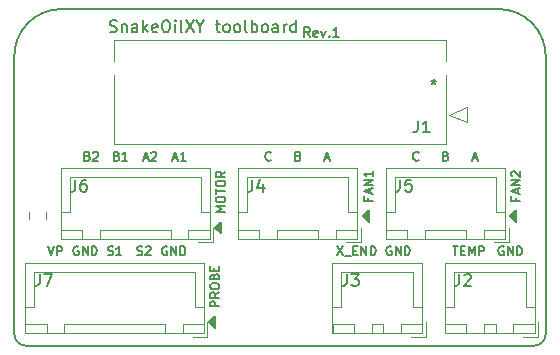
<source format=gto>
%TF.GenerationSoftware,KiCad,Pcbnew,5.0.2+dfsg1-1*%
%TF.CreationDate,2022-04-03T13:41:23+09:00*%
%TF.ProjectId,toolhead-board,746f6f6c-6865-4616-942d-626f6172642e,rev?*%
%TF.SameCoordinates,Original*%
%TF.FileFunction,Legend,Top*%
%TF.FilePolarity,Positive*%
%FSLAX46Y46*%
G04 Gerber Fmt 4.6, Leading zero omitted, Abs format (unit mm)*
G04 Created by KiCad (PCBNEW 5.0.2+dfsg1-1) date Sun 03 Apr 2022 01:41:23 PM JST*
%MOMM*%
%LPD*%
G01*
G04 APERTURE LIST*
%ADD10C,0.150000*%
%ADD11C,0.200000*%
%ADD12C,0.120000*%
G04 APERTURE END LIST*
D10*
G36*
X162500000Y-89000000D02*
X162500000Y-88000000D01*
X162000000Y-88500000D01*
X162500000Y-89000000D01*
G37*
X162500000Y-89000000D02*
X162500000Y-88000000D01*
X162000000Y-88500000D01*
X162500000Y-89000000D01*
G36*
X150000000Y-89000000D02*
X150000000Y-88000000D01*
X149500000Y-88500000D01*
X150000000Y-89000000D01*
G37*
X150000000Y-89000000D02*
X150000000Y-88000000D01*
X149500000Y-88500000D01*
X150000000Y-89000000D01*
G36*
X137500000Y-90000000D02*
X137500000Y-89000000D01*
X137000000Y-89500000D01*
X137500000Y-90000000D01*
G37*
X137500000Y-90000000D02*
X137500000Y-89000000D01*
X137000000Y-89500000D01*
X137500000Y-90000000D01*
G36*
X137000000Y-98000000D02*
X137000000Y-97000000D01*
X136500000Y-97500000D01*
X137000000Y-98000000D01*
G37*
X137000000Y-98000000D02*
X137000000Y-97000000D01*
X136500000Y-97500000D01*
X137000000Y-98000000D01*
X162446428Y-86964285D02*
X162446428Y-87214285D01*
X162839285Y-87214285D02*
X162089285Y-87214285D01*
X162089285Y-86857142D01*
X162625000Y-86607142D02*
X162625000Y-86250000D01*
X162839285Y-86678571D02*
X162089285Y-86428571D01*
X162839285Y-86178571D01*
X162839285Y-85928571D02*
X162089285Y-85928571D01*
X162839285Y-85500000D01*
X162089285Y-85500000D01*
X162160714Y-85178571D02*
X162125000Y-85142857D01*
X162089285Y-85071428D01*
X162089285Y-84892857D01*
X162125000Y-84821428D01*
X162160714Y-84785714D01*
X162232142Y-84750000D01*
X162303571Y-84750000D01*
X162410714Y-84785714D01*
X162839285Y-85214285D01*
X162839285Y-84750000D01*
X149946428Y-86964285D02*
X149946428Y-87214285D01*
X150339285Y-87214285D02*
X149589285Y-87214285D01*
X149589285Y-86857142D01*
X150125000Y-86607142D02*
X150125000Y-86250000D01*
X150339285Y-86678571D02*
X149589285Y-86428571D01*
X150339285Y-86178571D01*
X150339285Y-85928571D02*
X149589285Y-85928571D01*
X150339285Y-85500000D01*
X149589285Y-85500000D01*
X150339285Y-84750000D02*
X150339285Y-85178571D01*
X150339285Y-84964285D02*
X149589285Y-84964285D01*
X149696428Y-85035714D01*
X149767857Y-85107142D01*
X149803571Y-85178571D01*
X137839285Y-88196428D02*
X137089285Y-88196428D01*
X137625000Y-87946428D01*
X137089285Y-87696428D01*
X137839285Y-87696428D01*
X137089285Y-87196428D02*
X137089285Y-87053571D01*
X137125000Y-86982142D01*
X137196428Y-86910714D01*
X137339285Y-86875000D01*
X137589285Y-86875000D01*
X137732142Y-86910714D01*
X137803571Y-86982142D01*
X137839285Y-87053571D01*
X137839285Y-87196428D01*
X137803571Y-87267857D01*
X137732142Y-87339285D01*
X137589285Y-87375000D01*
X137339285Y-87375000D01*
X137196428Y-87339285D01*
X137125000Y-87267857D01*
X137089285Y-87196428D01*
X137089285Y-86660714D02*
X137089285Y-86232142D01*
X137839285Y-86446428D02*
X137089285Y-86446428D01*
X137089285Y-85839285D02*
X137089285Y-85696428D01*
X137125000Y-85625000D01*
X137196428Y-85553571D01*
X137339285Y-85517857D01*
X137589285Y-85517857D01*
X137732142Y-85553571D01*
X137803571Y-85625000D01*
X137839285Y-85696428D01*
X137839285Y-85839285D01*
X137803571Y-85910714D01*
X137732142Y-85982142D01*
X137589285Y-86017857D01*
X137339285Y-86017857D01*
X137196428Y-85982142D01*
X137125000Y-85910714D01*
X137089285Y-85839285D01*
X137839285Y-84767857D02*
X137482142Y-85017857D01*
X137839285Y-85196428D02*
X137089285Y-85196428D01*
X137089285Y-84910714D01*
X137125000Y-84839285D01*
X137160714Y-84803571D01*
X137232142Y-84767857D01*
X137339285Y-84767857D01*
X137410714Y-84803571D01*
X137446428Y-84839285D01*
X137482142Y-84910714D01*
X137482142Y-85196428D01*
X137339285Y-96178571D02*
X136589285Y-96178571D01*
X136589285Y-95892857D01*
X136625000Y-95821428D01*
X136660714Y-95785714D01*
X136732142Y-95750000D01*
X136839285Y-95750000D01*
X136910714Y-95785714D01*
X136946428Y-95821428D01*
X136982142Y-95892857D01*
X136982142Y-96178571D01*
X137339285Y-95000000D02*
X136982142Y-95250000D01*
X137339285Y-95428571D02*
X136589285Y-95428571D01*
X136589285Y-95142857D01*
X136625000Y-95071428D01*
X136660714Y-95035714D01*
X136732142Y-95000000D01*
X136839285Y-95000000D01*
X136910714Y-95035714D01*
X136946428Y-95071428D01*
X136982142Y-95142857D01*
X136982142Y-95428571D01*
X136589285Y-94535714D02*
X136589285Y-94392857D01*
X136625000Y-94321428D01*
X136696428Y-94250000D01*
X136839285Y-94214285D01*
X137089285Y-94214285D01*
X137232142Y-94250000D01*
X137303571Y-94321428D01*
X137339285Y-94392857D01*
X137339285Y-94535714D01*
X137303571Y-94607142D01*
X137232142Y-94678571D01*
X137089285Y-94714285D01*
X136839285Y-94714285D01*
X136696428Y-94678571D01*
X136625000Y-94607142D01*
X136589285Y-94535714D01*
X136946428Y-93642857D02*
X136982142Y-93535714D01*
X137017857Y-93500000D01*
X137089285Y-93464285D01*
X137196428Y-93464285D01*
X137267857Y-93500000D01*
X137303571Y-93535714D01*
X137339285Y-93607142D01*
X137339285Y-93892857D01*
X136589285Y-93892857D01*
X136589285Y-93642857D01*
X136625000Y-93571428D01*
X136660714Y-93535714D01*
X136732142Y-93500000D01*
X136803571Y-93500000D01*
X136875000Y-93535714D01*
X136910714Y-93571428D01*
X136946428Y-93642857D01*
X136946428Y-93892857D01*
X136946428Y-93142857D02*
X136946428Y-92892857D01*
X137339285Y-92785714D02*
X137339285Y-93142857D01*
X136589285Y-93142857D01*
X136589285Y-92785714D01*
X161428571Y-91125000D02*
X161357142Y-91089285D01*
X161250000Y-91089285D01*
X161142857Y-91125000D01*
X161071428Y-91196428D01*
X161035714Y-91267857D01*
X161000000Y-91410714D01*
X161000000Y-91517857D01*
X161035714Y-91660714D01*
X161071428Y-91732142D01*
X161142857Y-91803571D01*
X161250000Y-91839285D01*
X161321428Y-91839285D01*
X161428571Y-91803571D01*
X161464285Y-91767857D01*
X161464285Y-91517857D01*
X161321428Y-91517857D01*
X161785714Y-91839285D02*
X161785714Y-91089285D01*
X162214285Y-91839285D01*
X162214285Y-91089285D01*
X162571428Y-91839285D02*
X162571428Y-91089285D01*
X162750000Y-91089285D01*
X162857142Y-91125000D01*
X162928571Y-91196428D01*
X162964285Y-91267857D01*
X163000000Y-91410714D01*
X163000000Y-91517857D01*
X162964285Y-91660714D01*
X162928571Y-91732142D01*
X162857142Y-91803571D01*
X162750000Y-91839285D01*
X162571428Y-91839285D01*
X157142857Y-91089285D02*
X157571428Y-91089285D01*
X157357142Y-91839285D02*
X157357142Y-91089285D01*
X157821428Y-91446428D02*
X158071428Y-91446428D01*
X158178571Y-91839285D02*
X157821428Y-91839285D01*
X157821428Y-91089285D01*
X158178571Y-91089285D01*
X158500000Y-91839285D02*
X158500000Y-91089285D01*
X158750000Y-91625000D01*
X159000000Y-91089285D01*
X159000000Y-91839285D01*
X159357142Y-91839285D02*
X159357142Y-91089285D01*
X159642857Y-91089285D01*
X159714285Y-91125000D01*
X159750000Y-91160714D01*
X159785714Y-91232142D01*
X159785714Y-91339285D01*
X159750000Y-91410714D01*
X159714285Y-91446428D01*
X159642857Y-91482142D01*
X159357142Y-91482142D01*
X151928571Y-91125000D02*
X151857142Y-91089285D01*
X151750000Y-91089285D01*
X151642857Y-91125000D01*
X151571428Y-91196428D01*
X151535714Y-91267857D01*
X151500000Y-91410714D01*
X151500000Y-91517857D01*
X151535714Y-91660714D01*
X151571428Y-91732142D01*
X151642857Y-91803571D01*
X151750000Y-91839285D01*
X151821428Y-91839285D01*
X151928571Y-91803571D01*
X151964285Y-91767857D01*
X151964285Y-91517857D01*
X151821428Y-91517857D01*
X152285714Y-91839285D02*
X152285714Y-91089285D01*
X152714285Y-91839285D01*
X152714285Y-91089285D01*
X153071428Y-91839285D02*
X153071428Y-91089285D01*
X153250000Y-91089285D01*
X153357142Y-91125000D01*
X153428571Y-91196428D01*
X153464285Y-91267857D01*
X153500000Y-91410714D01*
X153500000Y-91517857D01*
X153464285Y-91660714D01*
X153428571Y-91732142D01*
X153357142Y-91803571D01*
X153250000Y-91839285D01*
X153071428Y-91839285D01*
X147357142Y-91089285D02*
X147857142Y-91839285D01*
X147857142Y-91089285D02*
X147357142Y-91839285D01*
X147964285Y-91910714D02*
X148535714Y-91910714D01*
X148714285Y-91446428D02*
X148964285Y-91446428D01*
X149071428Y-91839285D02*
X148714285Y-91839285D01*
X148714285Y-91089285D01*
X149071428Y-91089285D01*
X149392857Y-91839285D02*
X149392857Y-91089285D01*
X149821428Y-91839285D01*
X149821428Y-91089285D01*
X150178571Y-91839285D02*
X150178571Y-91089285D01*
X150357142Y-91089285D01*
X150464285Y-91125000D01*
X150535714Y-91196428D01*
X150571428Y-91267857D01*
X150607142Y-91410714D01*
X150607142Y-91517857D01*
X150571428Y-91660714D01*
X150535714Y-91732142D01*
X150464285Y-91803571D01*
X150357142Y-91839285D01*
X150178571Y-91839285D01*
X158821428Y-83625000D02*
X159178571Y-83625000D01*
X158750000Y-83839285D02*
X159000000Y-83089285D01*
X159250000Y-83839285D01*
X156553571Y-83446428D02*
X156660714Y-83482142D01*
X156696428Y-83517857D01*
X156732142Y-83589285D01*
X156732142Y-83696428D01*
X156696428Y-83767857D01*
X156660714Y-83803571D01*
X156589285Y-83839285D01*
X156303571Y-83839285D01*
X156303571Y-83089285D01*
X156553571Y-83089285D01*
X156625000Y-83125000D01*
X156660714Y-83160714D01*
X156696428Y-83232142D01*
X156696428Y-83303571D01*
X156660714Y-83375000D01*
X156625000Y-83410714D01*
X156553571Y-83446428D01*
X156303571Y-83446428D01*
X154232142Y-83767857D02*
X154196428Y-83803571D01*
X154089285Y-83839285D01*
X154017857Y-83839285D01*
X153910714Y-83803571D01*
X153839285Y-83732142D01*
X153803571Y-83660714D01*
X153767857Y-83517857D01*
X153767857Y-83410714D01*
X153803571Y-83267857D01*
X153839285Y-83196428D01*
X153910714Y-83125000D01*
X154017857Y-83089285D01*
X154089285Y-83089285D01*
X154196428Y-83125000D01*
X154232142Y-83160714D01*
X141732142Y-83767857D02*
X141696428Y-83803571D01*
X141589285Y-83839285D01*
X141517857Y-83839285D01*
X141410714Y-83803571D01*
X141339285Y-83732142D01*
X141303571Y-83660714D01*
X141267857Y-83517857D01*
X141267857Y-83410714D01*
X141303571Y-83267857D01*
X141339285Y-83196428D01*
X141410714Y-83125000D01*
X141517857Y-83089285D01*
X141589285Y-83089285D01*
X141696428Y-83125000D01*
X141732142Y-83160714D01*
X144053571Y-83446428D02*
X144160714Y-83482142D01*
X144196428Y-83517857D01*
X144232142Y-83589285D01*
X144232142Y-83696428D01*
X144196428Y-83767857D01*
X144160714Y-83803571D01*
X144089285Y-83839285D01*
X143803571Y-83839285D01*
X143803571Y-83089285D01*
X144053571Y-83089285D01*
X144125000Y-83125000D01*
X144160714Y-83160714D01*
X144196428Y-83232142D01*
X144196428Y-83303571D01*
X144160714Y-83375000D01*
X144125000Y-83410714D01*
X144053571Y-83446428D01*
X143803571Y-83446428D01*
X146321428Y-83625000D02*
X146678571Y-83625000D01*
X146250000Y-83839285D02*
X146500000Y-83089285D01*
X146750000Y-83839285D01*
X133464285Y-83625000D02*
X133821428Y-83625000D01*
X133392857Y-83839285D02*
X133642857Y-83089285D01*
X133892857Y-83839285D01*
X134535714Y-83839285D02*
X134107142Y-83839285D01*
X134321428Y-83839285D02*
X134321428Y-83089285D01*
X134250000Y-83196428D01*
X134178571Y-83267857D01*
X134107142Y-83303571D01*
X130964285Y-83625000D02*
X131321428Y-83625000D01*
X130892857Y-83839285D02*
X131142857Y-83089285D01*
X131392857Y-83839285D01*
X131607142Y-83160714D02*
X131642857Y-83125000D01*
X131714285Y-83089285D01*
X131892857Y-83089285D01*
X131964285Y-83125000D01*
X132000000Y-83160714D01*
X132035714Y-83232142D01*
X132035714Y-83303571D01*
X132000000Y-83410714D01*
X131571428Y-83839285D01*
X132035714Y-83839285D01*
X126196428Y-83446428D02*
X126303571Y-83482142D01*
X126339285Y-83517857D01*
X126375000Y-83589285D01*
X126375000Y-83696428D01*
X126339285Y-83767857D01*
X126303571Y-83803571D01*
X126232142Y-83839285D01*
X125946428Y-83839285D01*
X125946428Y-83089285D01*
X126196428Y-83089285D01*
X126267857Y-83125000D01*
X126303571Y-83160714D01*
X126339285Y-83232142D01*
X126339285Y-83303571D01*
X126303571Y-83375000D01*
X126267857Y-83410714D01*
X126196428Y-83446428D01*
X125946428Y-83446428D01*
X126660714Y-83160714D02*
X126696428Y-83125000D01*
X126767857Y-83089285D01*
X126946428Y-83089285D01*
X127017857Y-83125000D01*
X127053571Y-83160714D01*
X127089285Y-83232142D01*
X127089285Y-83303571D01*
X127053571Y-83410714D01*
X126625000Y-83839285D01*
X127089285Y-83839285D01*
X128696428Y-83446428D02*
X128803571Y-83482142D01*
X128839285Y-83517857D01*
X128875000Y-83589285D01*
X128875000Y-83696428D01*
X128839285Y-83767857D01*
X128803571Y-83803571D01*
X128732142Y-83839285D01*
X128446428Y-83839285D01*
X128446428Y-83089285D01*
X128696428Y-83089285D01*
X128767857Y-83125000D01*
X128803571Y-83160714D01*
X128839285Y-83232142D01*
X128839285Y-83303571D01*
X128803571Y-83375000D01*
X128767857Y-83410714D01*
X128696428Y-83446428D01*
X128446428Y-83446428D01*
X129589285Y-83839285D02*
X129160714Y-83839285D01*
X129375000Y-83839285D02*
X129375000Y-83089285D01*
X129303571Y-83196428D01*
X129232142Y-83267857D01*
X129160714Y-83303571D01*
X132928571Y-91125000D02*
X132857142Y-91089285D01*
X132750000Y-91089285D01*
X132642857Y-91125000D01*
X132571428Y-91196428D01*
X132535714Y-91267857D01*
X132500000Y-91410714D01*
X132500000Y-91517857D01*
X132535714Y-91660714D01*
X132571428Y-91732142D01*
X132642857Y-91803571D01*
X132750000Y-91839285D01*
X132821428Y-91839285D01*
X132928571Y-91803571D01*
X132964285Y-91767857D01*
X132964285Y-91517857D01*
X132821428Y-91517857D01*
X133285714Y-91839285D02*
X133285714Y-91089285D01*
X133714285Y-91839285D01*
X133714285Y-91089285D01*
X134071428Y-91839285D02*
X134071428Y-91089285D01*
X134250000Y-91089285D01*
X134357142Y-91125000D01*
X134428571Y-91196428D01*
X134464285Y-91267857D01*
X134500000Y-91410714D01*
X134500000Y-91517857D01*
X134464285Y-91660714D01*
X134428571Y-91732142D01*
X134357142Y-91803571D01*
X134250000Y-91839285D01*
X134071428Y-91839285D01*
X130428571Y-91803571D02*
X130535714Y-91839285D01*
X130714285Y-91839285D01*
X130785714Y-91803571D01*
X130821428Y-91767857D01*
X130857142Y-91696428D01*
X130857142Y-91625000D01*
X130821428Y-91553571D01*
X130785714Y-91517857D01*
X130714285Y-91482142D01*
X130571428Y-91446428D01*
X130500000Y-91410714D01*
X130464285Y-91375000D01*
X130428571Y-91303571D01*
X130428571Y-91232142D01*
X130464285Y-91160714D01*
X130500000Y-91125000D01*
X130571428Y-91089285D01*
X130750000Y-91089285D01*
X130857142Y-91125000D01*
X131142857Y-91160714D02*
X131178571Y-91125000D01*
X131250000Y-91089285D01*
X131428571Y-91089285D01*
X131500000Y-91125000D01*
X131535714Y-91160714D01*
X131571428Y-91232142D01*
X131571428Y-91303571D01*
X131535714Y-91410714D01*
X131107142Y-91839285D01*
X131571428Y-91839285D01*
X127928571Y-91803571D02*
X128035714Y-91839285D01*
X128214285Y-91839285D01*
X128285714Y-91803571D01*
X128321428Y-91767857D01*
X128357142Y-91696428D01*
X128357142Y-91625000D01*
X128321428Y-91553571D01*
X128285714Y-91517857D01*
X128214285Y-91482142D01*
X128071428Y-91446428D01*
X128000000Y-91410714D01*
X127964285Y-91375000D01*
X127928571Y-91303571D01*
X127928571Y-91232142D01*
X127964285Y-91160714D01*
X128000000Y-91125000D01*
X128071428Y-91089285D01*
X128250000Y-91089285D01*
X128357142Y-91125000D01*
X129071428Y-91839285D02*
X128642857Y-91839285D01*
X128857142Y-91839285D02*
X128857142Y-91089285D01*
X128785714Y-91196428D01*
X128714285Y-91267857D01*
X128642857Y-91303571D01*
X125428571Y-91125000D02*
X125357142Y-91089285D01*
X125250000Y-91089285D01*
X125142857Y-91125000D01*
X125071428Y-91196428D01*
X125035714Y-91267857D01*
X125000000Y-91410714D01*
X125000000Y-91517857D01*
X125035714Y-91660714D01*
X125071428Y-91732142D01*
X125142857Y-91803571D01*
X125250000Y-91839285D01*
X125321428Y-91839285D01*
X125428571Y-91803571D01*
X125464285Y-91767857D01*
X125464285Y-91517857D01*
X125321428Y-91517857D01*
X125785714Y-91839285D02*
X125785714Y-91089285D01*
X126214285Y-91839285D01*
X126214285Y-91089285D01*
X126571428Y-91839285D02*
X126571428Y-91089285D01*
X126750000Y-91089285D01*
X126857142Y-91125000D01*
X126928571Y-91196428D01*
X126964285Y-91267857D01*
X127000000Y-91410714D01*
X127000000Y-91517857D01*
X126964285Y-91660714D01*
X126928571Y-91732142D01*
X126857142Y-91803571D01*
X126750000Y-91839285D01*
X126571428Y-91839285D01*
X122875000Y-91089285D02*
X123125000Y-91839285D01*
X123375000Y-91089285D01*
X123625000Y-91839285D02*
X123625000Y-91089285D01*
X123910714Y-91089285D01*
X123982142Y-91125000D01*
X124017857Y-91160714D01*
X124053571Y-91232142D01*
X124053571Y-91339285D01*
X124017857Y-91410714D01*
X123982142Y-91446428D01*
X123910714Y-91482142D01*
X123625000Y-91482142D01*
X145028571Y-73361904D02*
X144761904Y-72980952D01*
X144571428Y-73361904D02*
X144571428Y-72561904D01*
X144876190Y-72561904D01*
X144952380Y-72600000D01*
X144990476Y-72638095D01*
X145028571Y-72714285D01*
X145028571Y-72828571D01*
X144990476Y-72904761D01*
X144952380Y-72942857D01*
X144876190Y-72980952D01*
X144571428Y-72980952D01*
X145676190Y-73323809D02*
X145600000Y-73361904D01*
X145447619Y-73361904D01*
X145371428Y-73323809D01*
X145333333Y-73247619D01*
X145333333Y-72942857D01*
X145371428Y-72866666D01*
X145447619Y-72828571D01*
X145600000Y-72828571D01*
X145676190Y-72866666D01*
X145714285Y-72942857D01*
X145714285Y-73019047D01*
X145333333Y-73095238D01*
X145980952Y-72828571D02*
X146171428Y-73361904D01*
X146361904Y-72828571D01*
X146666666Y-73285714D02*
X146704761Y-73323809D01*
X146666666Y-73361904D01*
X146628571Y-73323809D01*
X146666666Y-73285714D01*
X146666666Y-73361904D01*
X147466666Y-73361904D02*
X147009523Y-73361904D01*
X147238095Y-73361904D02*
X147238095Y-72561904D01*
X147161904Y-72676190D01*
X147085714Y-72752380D01*
X147009523Y-72790476D01*
D11*
X128095238Y-72904761D02*
X128238095Y-72952380D01*
X128476190Y-72952380D01*
X128571428Y-72904761D01*
X128619047Y-72857142D01*
X128666666Y-72761904D01*
X128666666Y-72666666D01*
X128619047Y-72571428D01*
X128571428Y-72523809D01*
X128476190Y-72476190D01*
X128285714Y-72428571D01*
X128190476Y-72380952D01*
X128142857Y-72333333D01*
X128095238Y-72238095D01*
X128095238Y-72142857D01*
X128142857Y-72047619D01*
X128190476Y-72000000D01*
X128285714Y-71952380D01*
X128523809Y-71952380D01*
X128666666Y-72000000D01*
X129095238Y-72285714D02*
X129095238Y-72952380D01*
X129095238Y-72380952D02*
X129142857Y-72333333D01*
X129238095Y-72285714D01*
X129380952Y-72285714D01*
X129476190Y-72333333D01*
X129523809Y-72428571D01*
X129523809Y-72952380D01*
X130428571Y-72952380D02*
X130428571Y-72428571D01*
X130380952Y-72333333D01*
X130285714Y-72285714D01*
X130095238Y-72285714D01*
X130000000Y-72333333D01*
X130428571Y-72904761D02*
X130333333Y-72952380D01*
X130095238Y-72952380D01*
X130000000Y-72904761D01*
X129952380Y-72809523D01*
X129952380Y-72714285D01*
X130000000Y-72619047D01*
X130095238Y-72571428D01*
X130333333Y-72571428D01*
X130428571Y-72523809D01*
X130904761Y-72952380D02*
X130904761Y-71952380D01*
X131000000Y-72571428D02*
X131285714Y-72952380D01*
X131285714Y-72285714D02*
X130904761Y-72666666D01*
X132095238Y-72904761D02*
X132000000Y-72952380D01*
X131809523Y-72952380D01*
X131714285Y-72904761D01*
X131666666Y-72809523D01*
X131666666Y-72428571D01*
X131714285Y-72333333D01*
X131809523Y-72285714D01*
X132000000Y-72285714D01*
X132095238Y-72333333D01*
X132142857Y-72428571D01*
X132142857Y-72523809D01*
X131666666Y-72619047D01*
X132761904Y-71952380D02*
X132952380Y-71952380D01*
X133047619Y-72000000D01*
X133142857Y-72095238D01*
X133190476Y-72285714D01*
X133190476Y-72619047D01*
X133142857Y-72809523D01*
X133047619Y-72904761D01*
X132952380Y-72952380D01*
X132761904Y-72952380D01*
X132666666Y-72904761D01*
X132571428Y-72809523D01*
X132523809Y-72619047D01*
X132523809Y-72285714D01*
X132571428Y-72095238D01*
X132666666Y-72000000D01*
X132761904Y-71952380D01*
X133619047Y-72952380D02*
X133619047Y-72285714D01*
X133619047Y-71952380D02*
X133571428Y-72000000D01*
X133619047Y-72047619D01*
X133666666Y-72000000D01*
X133619047Y-71952380D01*
X133619047Y-72047619D01*
X134238095Y-72952380D02*
X134142857Y-72904761D01*
X134095238Y-72809523D01*
X134095238Y-71952380D01*
X134523809Y-71952380D02*
X135190476Y-72952380D01*
X135190476Y-71952380D02*
X134523809Y-72952380D01*
X135761904Y-72476190D02*
X135761904Y-72952380D01*
X135428571Y-71952380D02*
X135761904Y-72476190D01*
X136095238Y-71952380D01*
X137047619Y-72285714D02*
X137428571Y-72285714D01*
X137190476Y-71952380D02*
X137190476Y-72809523D01*
X137238095Y-72904761D01*
X137333333Y-72952380D01*
X137428571Y-72952380D01*
X137904761Y-72952380D02*
X137809523Y-72904761D01*
X137761904Y-72857142D01*
X137714285Y-72761904D01*
X137714285Y-72476190D01*
X137761904Y-72380952D01*
X137809523Y-72333333D01*
X137904761Y-72285714D01*
X138047619Y-72285714D01*
X138142857Y-72333333D01*
X138190476Y-72380952D01*
X138238095Y-72476190D01*
X138238095Y-72761904D01*
X138190476Y-72857142D01*
X138142857Y-72904761D01*
X138047619Y-72952380D01*
X137904761Y-72952380D01*
X138809523Y-72952380D02*
X138714285Y-72904761D01*
X138666666Y-72857142D01*
X138619047Y-72761904D01*
X138619047Y-72476190D01*
X138666666Y-72380952D01*
X138714285Y-72333333D01*
X138809523Y-72285714D01*
X138952380Y-72285714D01*
X139047619Y-72333333D01*
X139095238Y-72380952D01*
X139142857Y-72476190D01*
X139142857Y-72761904D01*
X139095238Y-72857142D01*
X139047619Y-72904761D01*
X138952380Y-72952380D01*
X138809523Y-72952380D01*
X139714285Y-72952380D02*
X139619047Y-72904761D01*
X139571428Y-72809523D01*
X139571428Y-71952380D01*
X140095238Y-72952380D02*
X140095238Y-71952380D01*
X140095238Y-72333333D02*
X140190476Y-72285714D01*
X140380952Y-72285714D01*
X140476190Y-72333333D01*
X140523809Y-72380952D01*
X140571428Y-72476190D01*
X140571428Y-72761904D01*
X140523809Y-72857142D01*
X140476190Y-72904761D01*
X140380952Y-72952380D01*
X140190476Y-72952380D01*
X140095238Y-72904761D01*
X141142857Y-72952380D02*
X141047619Y-72904761D01*
X141000000Y-72857142D01*
X140952380Y-72761904D01*
X140952380Y-72476190D01*
X141000000Y-72380952D01*
X141047619Y-72333333D01*
X141142857Y-72285714D01*
X141285714Y-72285714D01*
X141380952Y-72333333D01*
X141428571Y-72380952D01*
X141476190Y-72476190D01*
X141476190Y-72761904D01*
X141428571Y-72857142D01*
X141380952Y-72904761D01*
X141285714Y-72952380D01*
X141142857Y-72952380D01*
X142333333Y-72952380D02*
X142333333Y-72428571D01*
X142285714Y-72333333D01*
X142190476Y-72285714D01*
X142000000Y-72285714D01*
X141904761Y-72333333D01*
X142333333Y-72904761D02*
X142238095Y-72952380D01*
X142000000Y-72952380D01*
X141904761Y-72904761D01*
X141857142Y-72809523D01*
X141857142Y-72714285D01*
X141904761Y-72619047D01*
X142000000Y-72571428D01*
X142238095Y-72571428D01*
X142333333Y-72523809D01*
X142809523Y-72952380D02*
X142809523Y-72285714D01*
X142809523Y-72476190D02*
X142857142Y-72380952D01*
X142904761Y-72333333D01*
X143000000Y-72285714D01*
X143095238Y-72285714D01*
X143857142Y-72952380D02*
X143857142Y-71952380D01*
X143857142Y-72904761D02*
X143761904Y-72952380D01*
X143571428Y-72952380D01*
X143476190Y-72904761D01*
X143428571Y-72857142D01*
X143380952Y-72761904D01*
X143380952Y-72476190D01*
X143428571Y-72380952D01*
X143476190Y-72333333D01*
X143571428Y-72285714D01*
X143761904Y-72285714D01*
X143857142Y-72333333D01*
D10*
X165000000Y-98500000D02*
G75*
G02X164000000Y-99500000I-1000000J0D01*
G01*
X121000000Y-99500000D02*
G75*
G02X120000000Y-98500000I0J1000000D01*
G01*
X161000000Y-71000000D02*
G75*
G02X165000000Y-75000000I0J-4000000D01*
G01*
X120000000Y-75000000D02*
G75*
G02X124000000Y-71000000I4000000J0D01*
G01*
X120000000Y-75000000D02*
X120000000Y-98500000D01*
X161000000Y-71000000D02*
X124000000Y-71000000D01*
X165000000Y-98500000D02*
X165000000Y-75000000D01*
X121000000Y-99500000D02*
X164000000Y-99500000D01*
D12*
X161850000Y-90750000D02*
X161850000Y-89500000D01*
X160600000Y-90750000D02*
X161850000Y-90750000D01*
X152200000Y-85250000D02*
X156500000Y-85250000D01*
X152200000Y-88200000D02*
X152200000Y-85250000D01*
X151450000Y-88200000D02*
X152200000Y-88200000D01*
X160800000Y-85250000D02*
X156500000Y-85250000D01*
X160800000Y-88200000D02*
X160800000Y-85250000D01*
X161550000Y-88200000D02*
X160800000Y-88200000D01*
X151450000Y-90450000D02*
X153250000Y-90450000D01*
X151450000Y-89700000D02*
X151450000Y-90450000D01*
X153250000Y-89700000D02*
X151450000Y-89700000D01*
X153250000Y-90450000D02*
X153250000Y-89700000D01*
X159750000Y-90450000D02*
X161550000Y-90450000D01*
X159750000Y-89700000D02*
X159750000Y-90450000D01*
X161550000Y-89700000D02*
X159750000Y-89700000D01*
X161550000Y-90450000D02*
X161550000Y-89700000D01*
X154750000Y-90450000D02*
X158250000Y-90450000D01*
X154750000Y-89700000D02*
X154750000Y-90450000D01*
X158250000Y-89700000D02*
X154750000Y-89700000D01*
X158250000Y-90450000D02*
X158250000Y-89700000D01*
X151440000Y-90460000D02*
X161560000Y-90460000D01*
X151440000Y-84490000D02*
X151440000Y-90460000D01*
X161560000Y-84490000D02*
X151440000Y-84490000D01*
X161560000Y-90460000D02*
X161560000Y-84490000D01*
X156828975Y-79940000D02*
X158352975Y-79305000D01*
X158352975Y-79305000D02*
X158352975Y-80575000D01*
X158352975Y-80575000D02*
X156828975Y-79940000D01*
X128425020Y-73610000D02*
X128425020Y-75404937D01*
X128425020Y-82410000D02*
X156574975Y-82410000D01*
X156574975Y-82410000D02*
X156574975Y-76595106D01*
X156574975Y-73610000D02*
X128425020Y-73610000D01*
X156574975Y-75404894D02*
X156574975Y-73610000D01*
X128425020Y-76595063D02*
X128425020Y-82410000D01*
X164350000Y-98750000D02*
X164350000Y-97500000D01*
X163100000Y-98750000D02*
X164350000Y-98750000D01*
X157200000Y-93250000D02*
X160250000Y-93250000D01*
X157200000Y-96200000D02*
X157200000Y-93250000D01*
X156450000Y-96200000D02*
X157200000Y-96200000D01*
X163300000Y-93250000D02*
X160250000Y-93250000D01*
X163300000Y-96200000D02*
X163300000Y-93250000D01*
X164050000Y-96200000D02*
X163300000Y-96200000D01*
X156450000Y-98450000D02*
X158250000Y-98450000D01*
X156450000Y-97700000D02*
X156450000Y-98450000D01*
X158250000Y-97700000D02*
X156450000Y-97700000D01*
X158250000Y-98450000D02*
X158250000Y-97700000D01*
X162250000Y-98450000D02*
X164050000Y-98450000D01*
X162250000Y-97700000D02*
X162250000Y-98450000D01*
X164050000Y-97700000D02*
X162250000Y-97700000D01*
X164050000Y-98450000D02*
X164050000Y-97700000D01*
X159750000Y-98450000D02*
X160750000Y-98450000D01*
X159750000Y-97700000D02*
X159750000Y-98450000D01*
X160750000Y-97700000D02*
X159750000Y-97700000D01*
X160750000Y-98450000D02*
X160750000Y-97700000D01*
X156440000Y-98460000D02*
X164060000Y-98460000D01*
X156440000Y-92490000D02*
X156440000Y-98460000D01*
X164060000Y-92490000D02*
X156440000Y-92490000D01*
X164060000Y-98460000D02*
X164060000Y-92490000D01*
X154560000Y-98460000D02*
X154560000Y-92490000D01*
X154560000Y-92490000D02*
X146940000Y-92490000D01*
X146940000Y-92490000D02*
X146940000Y-98460000D01*
X146940000Y-98460000D02*
X154560000Y-98460000D01*
X151250000Y-98450000D02*
X151250000Y-97700000D01*
X151250000Y-97700000D02*
X150250000Y-97700000D01*
X150250000Y-97700000D02*
X150250000Y-98450000D01*
X150250000Y-98450000D02*
X151250000Y-98450000D01*
X154550000Y-98450000D02*
X154550000Y-97700000D01*
X154550000Y-97700000D02*
X152750000Y-97700000D01*
X152750000Y-97700000D02*
X152750000Y-98450000D01*
X152750000Y-98450000D02*
X154550000Y-98450000D01*
X148750000Y-98450000D02*
X148750000Y-97700000D01*
X148750000Y-97700000D02*
X146950000Y-97700000D01*
X146950000Y-97700000D02*
X146950000Y-98450000D01*
X146950000Y-98450000D02*
X148750000Y-98450000D01*
X154550000Y-96200000D02*
X153800000Y-96200000D01*
X153800000Y-96200000D02*
X153800000Y-93250000D01*
X153800000Y-93250000D02*
X150750000Y-93250000D01*
X146950000Y-96200000D02*
X147700000Y-96200000D01*
X147700000Y-96200000D02*
X147700000Y-93250000D01*
X147700000Y-93250000D02*
X150750000Y-93250000D01*
X153600000Y-98750000D02*
X154850000Y-98750000D01*
X154850000Y-98750000D02*
X154850000Y-97500000D01*
X149060000Y-90460000D02*
X149060000Y-84490000D01*
X149060000Y-84490000D02*
X138940000Y-84490000D01*
X138940000Y-84490000D02*
X138940000Y-90460000D01*
X138940000Y-90460000D02*
X149060000Y-90460000D01*
X145750000Y-90450000D02*
X145750000Y-89700000D01*
X145750000Y-89700000D02*
X142250000Y-89700000D01*
X142250000Y-89700000D02*
X142250000Y-90450000D01*
X142250000Y-90450000D02*
X145750000Y-90450000D01*
X149050000Y-90450000D02*
X149050000Y-89700000D01*
X149050000Y-89700000D02*
X147250000Y-89700000D01*
X147250000Y-89700000D02*
X147250000Y-90450000D01*
X147250000Y-90450000D02*
X149050000Y-90450000D01*
X140750000Y-90450000D02*
X140750000Y-89700000D01*
X140750000Y-89700000D02*
X138950000Y-89700000D01*
X138950000Y-89700000D02*
X138950000Y-90450000D01*
X138950000Y-90450000D02*
X140750000Y-90450000D01*
X149050000Y-88200000D02*
X148300000Y-88200000D01*
X148300000Y-88200000D02*
X148300000Y-85250000D01*
X148300000Y-85250000D02*
X144000000Y-85250000D01*
X138950000Y-88200000D02*
X139700000Y-88200000D01*
X139700000Y-88200000D02*
X139700000Y-85250000D01*
X139700000Y-85250000D02*
X144000000Y-85250000D01*
X148100000Y-90750000D02*
X149350000Y-90750000D01*
X149350000Y-90750000D02*
X149350000Y-89500000D01*
X136560000Y-90460000D02*
X136560000Y-84490000D01*
X136560000Y-84490000D02*
X123940000Y-84490000D01*
X123940000Y-84490000D02*
X123940000Y-90460000D01*
X123940000Y-90460000D02*
X136560000Y-90460000D01*
X133250000Y-90450000D02*
X133250000Y-89700000D01*
X133250000Y-89700000D02*
X127250000Y-89700000D01*
X127250000Y-89700000D02*
X127250000Y-90450000D01*
X127250000Y-90450000D02*
X133250000Y-90450000D01*
X136550000Y-90450000D02*
X136550000Y-89700000D01*
X136550000Y-89700000D02*
X134750000Y-89700000D01*
X134750000Y-89700000D02*
X134750000Y-90450000D01*
X134750000Y-90450000D02*
X136550000Y-90450000D01*
X125750000Y-90450000D02*
X125750000Y-89700000D01*
X125750000Y-89700000D02*
X123950000Y-89700000D01*
X123950000Y-89700000D02*
X123950000Y-90450000D01*
X123950000Y-90450000D02*
X125750000Y-90450000D01*
X136550000Y-88200000D02*
X135800000Y-88200000D01*
X135800000Y-88200000D02*
X135800000Y-85250000D01*
X135800000Y-85250000D02*
X130250000Y-85250000D01*
X123950000Y-88200000D02*
X124700000Y-88200000D01*
X124700000Y-88200000D02*
X124700000Y-85250000D01*
X124700000Y-85250000D02*
X130250000Y-85250000D01*
X135600000Y-90750000D02*
X136850000Y-90750000D01*
X136850000Y-90750000D02*
X136850000Y-89500000D01*
X136060000Y-98460000D02*
X136060000Y-92490000D01*
X136060000Y-92490000D02*
X120940000Y-92490000D01*
X120940000Y-92490000D02*
X120940000Y-98460000D01*
X120940000Y-98460000D02*
X136060000Y-98460000D01*
X132750000Y-98450000D02*
X132750000Y-97700000D01*
X132750000Y-97700000D02*
X124250000Y-97700000D01*
X124250000Y-97700000D02*
X124250000Y-98450000D01*
X124250000Y-98450000D02*
X132750000Y-98450000D01*
X136050000Y-98450000D02*
X136050000Y-97700000D01*
X136050000Y-97700000D02*
X134250000Y-97700000D01*
X134250000Y-97700000D02*
X134250000Y-98450000D01*
X134250000Y-98450000D02*
X136050000Y-98450000D01*
X122750000Y-98450000D02*
X122750000Y-97700000D01*
X122750000Y-97700000D02*
X120950000Y-97700000D01*
X120950000Y-97700000D02*
X120950000Y-98450000D01*
X120950000Y-98450000D02*
X122750000Y-98450000D01*
X136050000Y-96200000D02*
X135300000Y-96200000D01*
X135300000Y-96200000D02*
X135300000Y-93250000D01*
X135300000Y-93250000D02*
X128500000Y-93250000D01*
X120950000Y-96200000D02*
X121700000Y-96200000D01*
X121700000Y-96200000D02*
X121700000Y-93250000D01*
X121700000Y-93250000D02*
X128500000Y-93250000D01*
X135100000Y-98750000D02*
X136350000Y-98750000D01*
X136350000Y-98750000D02*
X136350000Y-97500000D01*
X121290000Y-88736252D02*
X121290000Y-88213748D01*
X122710000Y-88736252D02*
X122710000Y-88213748D01*
D10*
X152666666Y-85452380D02*
X152666666Y-86166666D01*
X152619047Y-86309523D01*
X152523809Y-86404761D01*
X152380952Y-86452380D01*
X152285714Y-86452380D01*
X153619047Y-85452380D02*
X153142857Y-85452380D01*
X153095238Y-85928571D01*
X153142857Y-85880952D01*
X153238095Y-85833333D01*
X153476190Y-85833333D01*
X153571428Y-85880952D01*
X153619047Y-85928571D01*
X153666666Y-86023809D01*
X153666666Y-86261904D01*
X153619047Y-86357142D01*
X153571428Y-86404761D01*
X153476190Y-86452380D01*
X153238095Y-86452380D01*
X153142857Y-86404761D01*
X153095238Y-86357142D01*
X154166666Y-80452380D02*
X154166666Y-81166666D01*
X154119047Y-81309523D01*
X154023809Y-81404761D01*
X153880952Y-81452380D01*
X153785714Y-81452380D01*
X155166666Y-81452380D02*
X154595238Y-81452380D01*
X154880952Y-81452380D02*
X154880952Y-80452380D01*
X154785714Y-80595238D01*
X154690476Y-80690476D01*
X154595238Y-80738095D01*
X155500000Y-76952380D02*
X155500000Y-77190476D01*
X155261904Y-77095238D02*
X155500000Y-77190476D01*
X155738095Y-77095238D01*
X155357142Y-77380952D02*
X155500000Y-77190476D01*
X155642857Y-77380952D01*
X157666666Y-93452380D02*
X157666666Y-94166666D01*
X157619047Y-94309523D01*
X157523809Y-94404761D01*
X157380952Y-94452380D01*
X157285714Y-94452380D01*
X158095238Y-93547619D02*
X158142857Y-93500000D01*
X158238095Y-93452380D01*
X158476190Y-93452380D01*
X158571428Y-93500000D01*
X158619047Y-93547619D01*
X158666666Y-93642857D01*
X158666666Y-93738095D01*
X158619047Y-93880952D01*
X158047619Y-94452380D01*
X158666666Y-94452380D01*
X148166666Y-93452380D02*
X148166666Y-94166666D01*
X148119047Y-94309523D01*
X148023809Y-94404761D01*
X147880952Y-94452380D01*
X147785714Y-94452380D01*
X148547619Y-93452380D02*
X149166666Y-93452380D01*
X148833333Y-93833333D01*
X148976190Y-93833333D01*
X149071428Y-93880952D01*
X149119047Y-93928571D01*
X149166666Y-94023809D01*
X149166666Y-94261904D01*
X149119047Y-94357142D01*
X149071428Y-94404761D01*
X148976190Y-94452380D01*
X148690476Y-94452380D01*
X148595238Y-94404761D01*
X148547619Y-94357142D01*
X140166666Y-85452380D02*
X140166666Y-86166666D01*
X140119047Y-86309523D01*
X140023809Y-86404761D01*
X139880952Y-86452380D01*
X139785714Y-86452380D01*
X141071428Y-85785714D02*
X141071428Y-86452380D01*
X140833333Y-85404761D02*
X140595238Y-86119047D01*
X141214285Y-86119047D01*
X125166666Y-85452380D02*
X125166666Y-86166666D01*
X125119047Y-86309523D01*
X125023809Y-86404761D01*
X124880952Y-86452380D01*
X124785714Y-86452380D01*
X126071428Y-85452380D02*
X125880952Y-85452380D01*
X125785714Y-85500000D01*
X125738095Y-85547619D01*
X125642857Y-85690476D01*
X125595238Y-85880952D01*
X125595238Y-86261904D01*
X125642857Y-86357142D01*
X125690476Y-86404761D01*
X125785714Y-86452380D01*
X125976190Y-86452380D01*
X126071428Y-86404761D01*
X126119047Y-86357142D01*
X126166666Y-86261904D01*
X126166666Y-86023809D01*
X126119047Y-85928571D01*
X126071428Y-85880952D01*
X125976190Y-85833333D01*
X125785714Y-85833333D01*
X125690476Y-85880952D01*
X125642857Y-85928571D01*
X125595238Y-86023809D01*
X122166666Y-93452380D02*
X122166666Y-94166666D01*
X122119047Y-94309523D01*
X122023809Y-94404761D01*
X121880952Y-94452380D01*
X121785714Y-94452380D01*
X122547619Y-93452380D02*
X123214285Y-93452380D01*
X122785714Y-94452380D01*
M02*

</source>
